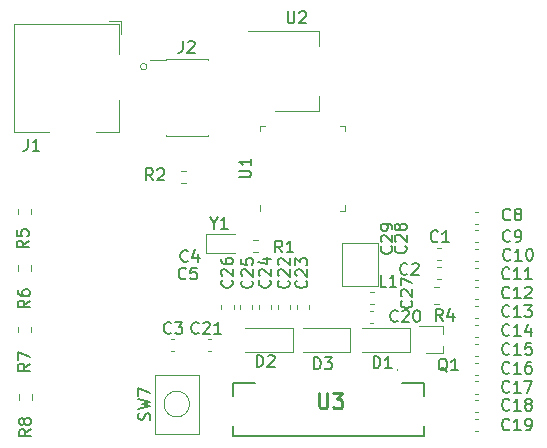
<source format=gbr>
%TF.GenerationSoftware,KiCad,Pcbnew,7.0.8*%
%TF.CreationDate,2023-11-29T21:04:09-06:00*%
%TF.ProjectId,Clock1_v2,436c6f63-6b31-45f7-9632-2e6b69636164,rev?*%
%TF.SameCoordinates,Original*%
%TF.FileFunction,Legend,Top*%
%TF.FilePolarity,Positive*%
%FSLAX46Y46*%
G04 Gerber Fmt 4.6, Leading zero omitted, Abs format (unit mm)*
G04 Created by KiCad (PCBNEW 7.0.8) date 2023-11-29 21:04:09*
%MOMM*%
%LPD*%
G01*
G04 APERTURE LIST*
%ADD10C,0.160000*%
%ADD11C,0.254000*%
%ADD12C,0.120000*%
%ADD13C,0.100000*%
%ADD14C,0.200000*%
G04 APERTURE END LIST*
D10*
X102866666Y-90254299D02*
X102866666Y-90968584D01*
X102866666Y-90968584D02*
X102819047Y-91111441D01*
X102819047Y-91111441D02*
X102723809Y-91206680D01*
X102723809Y-91206680D02*
X102580952Y-91254299D01*
X102580952Y-91254299D02*
X102485714Y-91254299D01*
X103866666Y-91254299D02*
X103295238Y-91254299D01*
X103580952Y-91254299D02*
X103580952Y-90254299D01*
X103580952Y-90254299D02*
X103485714Y-90397156D01*
X103485714Y-90397156D02*
X103390476Y-90492394D01*
X103390476Y-90492394D02*
X103295238Y-90540013D01*
X116016666Y-81959299D02*
X116016666Y-82673584D01*
X116016666Y-82673584D02*
X115969047Y-82816441D01*
X115969047Y-82816441D02*
X115873809Y-82911680D01*
X115873809Y-82911680D02*
X115730952Y-82959299D01*
X115730952Y-82959299D02*
X115635714Y-82959299D01*
X116445238Y-82054537D02*
X116492857Y-82006918D01*
X116492857Y-82006918D02*
X116588095Y-81959299D01*
X116588095Y-81959299D02*
X116826190Y-81959299D01*
X116826190Y-81959299D02*
X116921428Y-82006918D01*
X116921428Y-82006918D02*
X116969047Y-82054537D01*
X116969047Y-82054537D02*
X117016666Y-82149775D01*
X117016666Y-82149775D02*
X117016666Y-82245013D01*
X117016666Y-82245013D02*
X116969047Y-82387870D01*
X116969047Y-82387870D02*
X116397619Y-82959299D01*
X116397619Y-82959299D02*
X117016666Y-82959299D01*
D11*
X127532380Y-111804318D02*
X127532380Y-112832413D01*
X127532380Y-112832413D02*
X127592857Y-112953365D01*
X127592857Y-112953365D02*
X127653333Y-113013842D01*
X127653333Y-113013842D02*
X127774285Y-113074318D01*
X127774285Y-113074318D02*
X128016190Y-113074318D01*
X128016190Y-113074318D02*
X128137142Y-113013842D01*
X128137142Y-113013842D02*
X128197619Y-112953365D01*
X128197619Y-112953365D02*
X128258095Y-112832413D01*
X128258095Y-112832413D02*
X128258095Y-111804318D01*
X128741904Y-111804318D02*
X129528095Y-111804318D01*
X129528095Y-111804318D02*
X129104761Y-112288127D01*
X129104761Y-112288127D02*
X129286190Y-112288127D01*
X129286190Y-112288127D02*
X129407142Y-112348603D01*
X129407142Y-112348603D02*
X129467618Y-112409080D01*
X129467618Y-112409080D02*
X129528095Y-112530032D01*
X129528095Y-112530032D02*
X129528095Y-112832413D01*
X129528095Y-112832413D02*
X129467618Y-112953365D01*
X129467618Y-112953365D02*
X129407142Y-113013842D01*
X129407142Y-113013842D02*
X129286190Y-113074318D01*
X129286190Y-113074318D02*
X128923333Y-113074318D01*
X128923333Y-113074318D02*
X128802380Y-113013842D01*
X128802380Y-113013842D02*
X128741904Y-112953365D01*
D10*
X143657142Y-114834060D02*
X143609523Y-114881680D01*
X143609523Y-114881680D02*
X143466666Y-114929299D01*
X143466666Y-114929299D02*
X143371428Y-114929299D01*
X143371428Y-114929299D02*
X143228571Y-114881680D01*
X143228571Y-114881680D02*
X143133333Y-114786441D01*
X143133333Y-114786441D02*
X143085714Y-114691203D01*
X143085714Y-114691203D02*
X143038095Y-114500727D01*
X143038095Y-114500727D02*
X143038095Y-114357870D01*
X143038095Y-114357870D02*
X143085714Y-114167394D01*
X143085714Y-114167394D02*
X143133333Y-114072156D01*
X143133333Y-114072156D02*
X143228571Y-113976918D01*
X143228571Y-113976918D02*
X143371428Y-113929299D01*
X143371428Y-113929299D02*
X143466666Y-113929299D01*
X143466666Y-113929299D02*
X143609523Y-113976918D01*
X143609523Y-113976918D02*
X143657142Y-114024537D01*
X144609523Y-114929299D02*
X144038095Y-114929299D01*
X144323809Y-114929299D02*
X144323809Y-113929299D01*
X144323809Y-113929299D02*
X144228571Y-114072156D01*
X144228571Y-114072156D02*
X144133333Y-114167394D01*
X144133333Y-114167394D02*
X144038095Y-114215013D01*
X145085714Y-114929299D02*
X145276190Y-114929299D01*
X145276190Y-114929299D02*
X145371428Y-114881680D01*
X145371428Y-114881680D02*
X145419047Y-114834060D01*
X145419047Y-114834060D02*
X145514285Y-114691203D01*
X145514285Y-114691203D02*
X145561904Y-114500727D01*
X145561904Y-114500727D02*
X145561904Y-114119775D01*
X145561904Y-114119775D02*
X145514285Y-114024537D01*
X145514285Y-114024537D02*
X145466666Y-113976918D01*
X145466666Y-113976918D02*
X145371428Y-113929299D01*
X145371428Y-113929299D02*
X145180952Y-113929299D01*
X145180952Y-113929299D02*
X145085714Y-113976918D01*
X145085714Y-113976918D02*
X145038095Y-114024537D01*
X145038095Y-114024537D02*
X144990476Y-114119775D01*
X144990476Y-114119775D02*
X144990476Y-114357870D01*
X144990476Y-114357870D02*
X145038095Y-114453108D01*
X145038095Y-114453108D02*
X145085714Y-114500727D01*
X145085714Y-114500727D02*
X145180952Y-114548346D01*
X145180952Y-114548346D02*
X145371428Y-114548346D01*
X145371428Y-114548346D02*
X145466666Y-114500727D01*
X145466666Y-114500727D02*
X145514285Y-114453108D01*
X145514285Y-114453108D02*
X145561904Y-114357870D01*
X143657142Y-106834060D02*
X143609523Y-106881680D01*
X143609523Y-106881680D02*
X143466666Y-106929299D01*
X143466666Y-106929299D02*
X143371428Y-106929299D01*
X143371428Y-106929299D02*
X143228571Y-106881680D01*
X143228571Y-106881680D02*
X143133333Y-106786441D01*
X143133333Y-106786441D02*
X143085714Y-106691203D01*
X143085714Y-106691203D02*
X143038095Y-106500727D01*
X143038095Y-106500727D02*
X143038095Y-106357870D01*
X143038095Y-106357870D02*
X143085714Y-106167394D01*
X143085714Y-106167394D02*
X143133333Y-106072156D01*
X143133333Y-106072156D02*
X143228571Y-105976918D01*
X143228571Y-105976918D02*
X143371428Y-105929299D01*
X143371428Y-105929299D02*
X143466666Y-105929299D01*
X143466666Y-105929299D02*
X143609523Y-105976918D01*
X143609523Y-105976918D02*
X143657142Y-106024537D01*
X144609523Y-106929299D02*
X144038095Y-106929299D01*
X144323809Y-106929299D02*
X144323809Y-105929299D01*
X144323809Y-105929299D02*
X144228571Y-106072156D01*
X144228571Y-106072156D02*
X144133333Y-106167394D01*
X144133333Y-106167394D02*
X144038095Y-106215013D01*
X145466666Y-106262632D02*
X145466666Y-106929299D01*
X145228571Y-105881680D02*
X144990476Y-106595965D01*
X144990476Y-106595965D02*
X145609523Y-106595965D01*
X126459060Y-102242855D02*
X126506680Y-102290474D01*
X126506680Y-102290474D02*
X126554299Y-102433331D01*
X126554299Y-102433331D02*
X126554299Y-102528569D01*
X126554299Y-102528569D02*
X126506680Y-102671426D01*
X126506680Y-102671426D02*
X126411441Y-102766664D01*
X126411441Y-102766664D02*
X126316203Y-102814283D01*
X126316203Y-102814283D02*
X126125727Y-102861902D01*
X126125727Y-102861902D02*
X125982870Y-102861902D01*
X125982870Y-102861902D02*
X125792394Y-102814283D01*
X125792394Y-102814283D02*
X125697156Y-102766664D01*
X125697156Y-102766664D02*
X125601918Y-102671426D01*
X125601918Y-102671426D02*
X125554299Y-102528569D01*
X125554299Y-102528569D02*
X125554299Y-102433331D01*
X125554299Y-102433331D02*
X125601918Y-102290474D01*
X125601918Y-102290474D02*
X125649537Y-102242855D01*
X125649537Y-101861902D02*
X125601918Y-101814283D01*
X125601918Y-101814283D02*
X125554299Y-101719045D01*
X125554299Y-101719045D02*
X125554299Y-101480950D01*
X125554299Y-101480950D02*
X125601918Y-101385712D01*
X125601918Y-101385712D02*
X125649537Y-101338093D01*
X125649537Y-101338093D02*
X125744775Y-101290474D01*
X125744775Y-101290474D02*
X125840013Y-101290474D01*
X125840013Y-101290474D02*
X125982870Y-101338093D01*
X125982870Y-101338093D02*
X126554299Y-101909521D01*
X126554299Y-101909521D02*
X126554299Y-101290474D01*
X125554299Y-100957140D02*
X125554299Y-100338093D01*
X125554299Y-100338093D02*
X125935251Y-100671426D01*
X125935251Y-100671426D02*
X125935251Y-100528569D01*
X125935251Y-100528569D02*
X125982870Y-100433331D01*
X125982870Y-100433331D02*
X126030489Y-100385712D01*
X126030489Y-100385712D02*
X126125727Y-100338093D01*
X126125727Y-100338093D02*
X126363822Y-100338093D01*
X126363822Y-100338093D02*
X126459060Y-100385712D01*
X126459060Y-100385712D02*
X126506680Y-100433331D01*
X126506680Y-100433331D02*
X126554299Y-100528569D01*
X126554299Y-100528569D02*
X126554299Y-100814283D01*
X126554299Y-100814283D02*
X126506680Y-100909521D01*
X126506680Y-100909521D02*
X126459060Y-100957140D01*
X143657142Y-110034060D02*
X143609523Y-110081680D01*
X143609523Y-110081680D02*
X143466666Y-110129299D01*
X143466666Y-110129299D02*
X143371428Y-110129299D01*
X143371428Y-110129299D02*
X143228571Y-110081680D01*
X143228571Y-110081680D02*
X143133333Y-109986441D01*
X143133333Y-109986441D02*
X143085714Y-109891203D01*
X143085714Y-109891203D02*
X143038095Y-109700727D01*
X143038095Y-109700727D02*
X143038095Y-109557870D01*
X143038095Y-109557870D02*
X143085714Y-109367394D01*
X143085714Y-109367394D02*
X143133333Y-109272156D01*
X143133333Y-109272156D02*
X143228571Y-109176918D01*
X143228571Y-109176918D02*
X143371428Y-109129299D01*
X143371428Y-109129299D02*
X143466666Y-109129299D01*
X143466666Y-109129299D02*
X143609523Y-109176918D01*
X143609523Y-109176918D02*
X143657142Y-109224537D01*
X144609523Y-110129299D02*
X144038095Y-110129299D01*
X144323809Y-110129299D02*
X144323809Y-109129299D01*
X144323809Y-109129299D02*
X144228571Y-109272156D01*
X144228571Y-109272156D02*
X144133333Y-109367394D01*
X144133333Y-109367394D02*
X144038095Y-109415013D01*
X145466666Y-109129299D02*
X145276190Y-109129299D01*
X145276190Y-109129299D02*
X145180952Y-109176918D01*
X145180952Y-109176918D02*
X145133333Y-109224537D01*
X145133333Y-109224537D02*
X145038095Y-109367394D01*
X145038095Y-109367394D02*
X144990476Y-109557870D01*
X144990476Y-109557870D02*
X144990476Y-109938822D01*
X144990476Y-109938822D02*
X145038095Y-110034060D01*
X145038095Y-110034060D02*
X145085714Y-110081680D01*
X145085714Y-110081680D02*
X145180952Y-110129299D01*
X145180952Y-110129299D02*
X145371428Y-110129299D01*
X145371428Y-110129299D02*
X145466666Y-110081680D01*
X145466666Y-110081680D02*
X145514285Y-110034060D01*
X145514285Y-110034060D02*
X145561904Y-109938822D01*
X145561904Y-109938822D02*
X145561904Y-109700727D01*
X145561904Y-109700727D02*
X145514285Y-109605489D01*
X145514285Y-109605489D02*
X145466666Y-109557870D01*
X145466666Y-109557870D02*
X145371428Y-109510251D01*
X145371428Y-109510251D02*
X145180952Y-109510251D01*
X145180952Y-109510251D02*
X145085714Y-109557870D01*
X145085714Y-109557870D02*
X145038095Y-109605489D01*
X145038095Y-109605489D02*
X144990476Y-109700727D01*
X127111905Y-109754297D02*
X127111905Y-108754297D01*
X127111905Y-108754297D02*
X127350000Y-108754297D01*
X127350000Y-108754297D02*
X127492857Y-108801916D01*
X127492857Y-108801916D02*
X127588095Y-108897154D01*
X127588095Y-108897154D02*
X127635714Y-108992392D01*
X127635714Y-108992392D02*
X127683333Y-109182868D01*
X127683333Y-109182868D02*
X127683333Y-109325725D01*
X127683333Y-109325725D02*
X127635714Y-109516201D01*
X127635714Y-109516201D02*
X127588095Y-109611439D01*
X127588095Y-109611439D02*
X127492857Y-109706678D01*
X127492857Y-109706678D02*
X127350000Y-109754297D01*
X127350000Y-109754297D02*
X127111905Y-109754297D01*
X128016667Y-108754297D02*
X128635714Y-108754297D01*
X128635714Y-108754297D02*
X128302381Y-109135249D01*
X128302381Y-109135249D02*
X128445238Y-109135249D01*
X128445238Y-109135249D02*
X128540476Y-109182868D01*
X128540476Y-109182868D02*
X128588095Y-109230487D01*
X128588095Y-109230487D02*
X128635714Y-109325725D01*
X128635714Y-109325725D02*
X128635714Y-109563820D01*
X128635714Y-109563820D02*
X128588095Y-109659058D01*
X128588095Y-109659058D02*
X128540476Y-109706678D01*
X128540476Y-109706678D02*
X128445238Y-109754297D01*
X128445238Y-109754297D02*
X128159524Y-109754297D01*
X128159524Y-109754297D02*
X128064286Y-109706678D01*
X128064286Y-109706678D02*
X128016667Y-109659058D01*
X134859060Y-99322855D02*
X134906680Y-99370474D01*
X134906680Y-99370474D02*
X134954299Y-99513331D01*
X134954299Y-99513331D02*
X134954299Y-99608569D01*
X134954299Y-99608569D02*
X134906680Y-99751426D01*
X134906680Y-99751426D02*
X134811441Y-99846664D01*
X134811441Y-99846664D02*
X134716203Y-99894283D01*
X134716203Y-99894283D02*
X134525727Y-99941902D01*
X134525727Y-99941902D02*
X134382870Y-99941902D01*
X134382870Y-99941902D02*
X134192394Y-99894283D01*
X134192394Y-99894283D02*
X134097156Y-99846664D01*
X134097156Y-99846664D02*
X134001918Y-99751426D01*
X134001918Y-99751426D02*
X133954299Y-99608569D01*
X133954299Y-99608569D02*
X133954299Y-99513331D01*
X133954299Y-99513331D02*
X134001918Y-99370474D01*
X134001918Y-99370474D02*
X134049537Y-99322855D01*
X134049537Y-98941902D02*
X134001918Y-98894283D01*
X134001918Y-98894283D02*
X133954299Y-98799045D01*
X133954299Y-98799045D02*
X133954299Y-98560950D01*
X133954299Y-98560950D02*
X134001918Y-98465712D01*
X134001918Y-98465712D02*
X134049537Y-98418093D01*
X134049537Y-98418093D02*
X134144775Y-98370474D01*
X134144775Y-98370474D02*
X134240013Y-98370474D01*
X134240013Y-98370474D02*
X134382870Y-98418093D01*
X134382870Y-98418093D02*
X134954299Y-98989521D01*
X134954299Y-98989521D02*
X134954299Y-98370474D01*
X134382870Y-97799045D02*
X134335251Y-97894283D01*
X134335251Y-97894283D02*
X134287632Y-97941902D01*
X134287632Y-97941902D02*
X134192394Y-97989521D01*
X134192394Y-97989521D02*
X134144775Y-97989521D01*
X134144775Y-97989521D02*
X134049537Y-97941902D01*
X134049537Y-97941902D02*
X134001918Y-97894283D01*
X134001918Y-97894283D02*
X133954299Y-97799045D01*
X133954299Y-97799045D02*
X133954299Y-97608569D01*
X133954299Y-97608569D02*
X134001918Y-97513331D01*
X134001918Y-97513331D02*
X134049537Y-97465712D01*
X134049537Y-97465712D02*
X134144775Y-97418093D01*
X134144775Y-97418093D02*
X134192394Y-97418093D01*
X134192394Y-97418093D02*
X134287632Y-97465712D01*
X134287632Y-97465712D02*
X134335251Y-97513331D01*
X134335251Y-97513331D02*
X134382870Y-97608569D01*
X134382870Y-97608569D02*
X134382870Y-97799045D01*
X134382870Y-97799045D02*
X134430489Y-97894283D01*
X134430489Y-97894283D02*
X134478108Y-97941902D01*
X134478108Y-97941902D02*
X134573346Y-97989521D01*
X134573346Y-97989521D02*
X134763822Y-97989521D01*
X134763822Y-97989521D02*
X134859060Y-97941902D01*
X134859060Y-97941902D02*
X134906680Y-97894283D01*
X134906680Y-97894283D02*
X134954299Y-97799045D01*
X134954299Y-97799045D02*
X134954299Y-97608569D01*
X134954299Y-97608569D02*
X134906680Y-97513331D01*
X134906680Y-97513331D02*
X134859060Y-97465712D01*
X134859060Y-97465712D02*
X134763822Y-97418093D01*
X134763822Y-97418093D02*
X134573346Y-97418093D01*
X134573346Y-97418093D02*
X134478108Y-97465712D01*
X134478108Y-97465712D02*
X134430489Y-97513331D01*
X134430489Y-97513331D02*
X134382870Y-97608569D01*
X122261905Y-109554299D02*
X122261905Y-108554299D01*
X122261905Y-108554299D02*
X122500000Y-108554299D01*
X122500000Y-108554299D02*
X122642857Y-108601918D01*
X122642857Y-108601918D02*
X122738095Y-108697156D01*
X122738095Y-108697156D02*
X122785714Y-108792394D01*
X122785714Y-108792394D02*
X122833333Y-108982870D01*
X122833333Y-108982870D02*
X122833333Y-109125727D01*
X122833333Y-109125727D02*
X122785714Y-109316203D01*
X122785714Y-109316203D02*
X122738095Y-109411441D01*
X122738095Y-109411441D02*
X122642857Y-109506680D01*
X122642857Y-109506680D02*
X122500000Y-109554299D01*
X122500000Y-109554299D02*
X122261905Y-109554299D01*
X123214286Y-108649537D02*
X123261905Y-108601918D01*
X123261905Y-108601918D02*
X123357143Y-108554299D01*
X123357143Y-108554299D02*
X123595238Y-108554299D01*
X123595238Y-108554299D02*
X123690476Y-108601918D01*
X123690476Y-108601918D02*
X123738095Y-108649537D01*
X123738095Y-108649537D02*
X123785714Y-108744775D01*
X123785714Y-108744775D02*
X123785714Y-108840013D01*
X123785714Y-108840013D02*
X123738095Y-108982870D01*
X123738095Y-108982870D02*
X123166667Y-109554299D01*
X123166667Y-109554299D02*
X123785714Y-109554299D01*
X143657142Y-111634060D02*
X143609523Y-111681680D01*
X143609523Y-111681680D02*
X143466666Y-111729299D01*
X143466666Y-111729299D02*
X143371428Y-111729299D01*
X143371428Y-111729299D02*
X143228571Y-111681680D01*
X143228571Y-111681680D02*
X143133333Y-111586441D01*
X143133333Y-111586441D02*
X143085714Y-111491203D01*
X143085714Y-111491203D02*
X143038095Y-111300727D01*
X143038095Y-111300727D02*
X143038095Y-111157870D01*
X143038095Y-111157870D02*
X143085714Y-110967394D01*
X143085714Y-110967394D02*
X143133333Y-110872156D01*
X143133333Y-110872156D02*
X143228571Y-110776918D01*
X143228571Y-110776918D02*
X143371428Y-110729299D01*
X143371428Y-110729299D02*
X143466666Y-110729299D01*
X143466666Y-110729299D02*
X143609523Y-110776918D01*
X143609523Y-110776918D02*
X143657142Y-110824537D01*
X144609523Y-111729299D02*
X144038095Y-111729299D01*
X144323809Y-111729299D02*
X144323809Y-110729299D01*
X144323809Y-110729299D02*
X144228571Y-110872156D01*
X144228571Y-110872156D02*
X144133333Y-110967394D01*
X144133333Y-110967394D02*
X144038095Y-111015013D01*
X144942857Y-110729299D02*
X145609523Y-110729299D01*
X145609523Y-110729299D02*
X145180952Y-111729299D01*
X123359060Y-102217855D02*
X123406680Y-102265474D01*
X123406680Y-102265474D02*
X123454299Y-102408331D01*
X123454299Y-102408331D02*
X123454299Y-102503569D01*
X123454299Y-102503569D02*
X123406680Y-102646426D01*
X123406680Y-102646426D02*
X123311441Y-102741664D01*
X123311441Y-102741664D02*
X123216203Y-102789283D01*
X123216203Y-102789283D02*
X123025727Y-102836902D01*
X123025727Y-102836902D02*
X122882870Y-102836902D01*
X122882870Y-102836902D02*
X122692394Y-102789283D01*
X122692394Y-102789283D02*
X122597156Y-102741664D01*
X122597156Y-102741664D02*
X122501918Y-102646426D01*
X122501918Y-102646426D02*
X122454299Y-102503569D01*
X122454299Y-102503569D02*
X122454299Y-102408331D01*
X122454299Y-102408331D02*
X122501918Y-102265474D01*
X122501918Y-102265474D02*
X122549537Y-102217855D01*
X122549537Y-101836902D02*
X122501918Y-101789283D01*
X122501918Y-101789283D02*
X122454299Y-101694045D01*
X122454299Y-101694045D02*
X122454299Y-101455950D01*
X122454299Y-101455950D02*
X122501918Y-101360712D01*
X122501918Y-101360712D02*
X122549537Y-101313093D01*
X122549537Y-101313093D02*
X122644775Y-101265474D01*
X122644775Y-101265474D02*
X122740013Y-101265474D01*
X122740013Y-101265474D02*
X122882870Y-101313093D01*
X122882870Y-101313093D02*
X123454299Y-101884521D01*
X123454299Y-101884521D02*
X123454299Y-101265474D01*
X122787632Y-100408331D02*
X123454299Y-100408331D01*
X122406680Y-100646426D02*
X123120965Y-100884521D01*
X123120965Y-100884521D02*
X123120965Y-100265474D01*
X143733333Y-98884060D02*
X143685714Y-98931680D01*
X143685714Y-98931680D02*
X143542857Y-98979299D01*
X143542857Y-98979299D02*
X143447619Y-98979299D01*
X143447619Y-98979299D02*
X143304762Y-98931680D01*
X143304762Y-98931680D02*
X143209524Y-98836441D01*
X143209524Y-98836441D02*
X143161905Y-98741203D01*
X143161905Y-98741203D02*
X143114286Y-98550727D01*
X143114286Y-98550727D02*
X143114286Y-98407870D01*
X143114286Y-98407870D02*
X143161905Y-98217394D01*
X143161905Y-98217394D02*
X143209524Y-98122156D01*
X143209524Y-98122156D02*
X143304762Y-98026918D01*
X143304762Y-98026918D02*
X143447619Y-97979299D01*
X143447619Y-97979299D02*
X143542857Y-97979299D01*
X143542857Y-97979299D02*
X143685714Y-98026918D01*
X143685714Y-98026918D02*
X143733333Y-98074537D01*
X144209524Y-98979299D02*
X144400000Y-98979299D01*
X144400000Y-98979299D02*
X144495238Y-98931680D01*
X144495238Y-98931680D02*
X144542857Y-98884060D01*
X144542857Y-98884060D02*
X144638095Y-98741203D01*
X144638095Y-98741203D02*
X144685714Y-98550727D01*
X144685714Y-98550727D02*
X144685714Y-98169775D01*
X144685714Y-98169775D02*
X144638095Y-98074537D01*
X144638095Y-98074537D02*
X144590476Y-98026918D01*
X144590476Y-98026918D02*
X144495238Y-97979299D01*
X144495238Y-97979299D02*
X144304762Y-97979299D01*
X144304762Y-97979299D02*
X144209524Y-98026918D01*
X144209524Y-98026918D02*
X144161905Y-98074537D01*
X144161905Y-98074537D02*
X144114286Y-98169775D01*
X144114286Y-98169775D02*
X144114286Y-98407870D01*
X144114286Y-98407870D02*
X144161905Y-98503108D01*
X144161905Y-98503108D02*
X144209524Y-98550727D01*
X144209524Y-98550727D02*
X144304762Y-98598346D01*
X144304762Y-98598346D02*
X144495238Y-98598346D01*
X144495238Y-98598346D02*
X144590476Y-98550727D01*
X144590476Y-98550727D02*
X144638095Y-98503108D01*
X144638095Y-98503108D02*
X144685714Y-98407870D01*
X113483333Y-93754299D02*
X113150000Y-93278108D01*
X112911905Y-93754299D02*
X112911905Y-92754299D01*
X112911905Y-92754299D02*
X113292857Y-92754299D01*
X113292857Y-92754299D02*
X113388095Y-92801918D01*
X113388095Y-92801918D02*
X113435714Y-92849537D01*
X113435714Y-92849537D02*
X113483333Y-92944775D01*
X113483333Y-92944775D02*
X113483333Y-93087632D01*
X113483333Y-93087632D02*
X113435714Y-93182870D01*
X113435714Y-93182870D02*
X113388095Y-93230489D01*
X113388095Y-93230489D02*
X113292857Y-93278108D01*
X113292857Y-93278108D02*
X112911905Y-93278108D01*
X113864286Y-92849537D02*
X113911905Y-92801918D01*
X113911905Y-92801918D02*
X114007143Y-92754299D01*
X114007143Y-92754299D02*
X114245238Y-92754299D01*
X114245238Y-92754299D02*
X114340476Y-92801918D01*
X114340476Y-92801918D02*
X114388095Y-92849537D01*
X114388095Y-92849537D02*
X114435714Y-92944775D01*
X114435714Y-92944775D02*
X114435714Y-93040013D01*
X114435714Y-93040013D02*
X114388095Y-93182870D01*
X114388095Y-93182870D02*
X113816667Y-93754299D01*
X113816667Y-93754299D02*
X114435714Y-93754299D01*
X113206680Y-114033332D02*
X113254299Y-113890475D01*
X113254299Y-113890475D02*
X113254299Y-113652380D01*
X113254299Y-113652380D02*
X113206680Y-113557142D01*
X113206680Y-113557142D02*
X113159060Y-113509523D01*
X113159060Y-113509523D02*
X113063822Y-113461904D01*
X113063822Y-113461904D02*
X112968584Y-113461904D01*
X112968584Y-113461904D02*
X112873346Y-113509523D01*
X112873346Y-113509523D02*
X112825727Y-113557142D01*
X112825727Y-113557142D02*
X112778108Y-113652380D01*
X112778108Y-113652380D02*
X112730489Y-113842856D01*
X112730489Y-113842856D02*
X112682870Y-113938094D01*
X112682870Y-113938094D02*
X112635251Y-113985713D01*
X112635251Y-113985713D02*
X112540013Y-114033332D01*
X112540013Y-114033332D02*
X112444775Y-114033332D01*
X112444775Y-114033332D02*
X112349537Y-113985713D01*
X112349537Y-113985713D02*
X112301918Y-113938094D01*
X112301918Y-113938094D02*
X112254299Y-113842856D01*
X112254299Y-113842856D02*
X112254299Y-113604761D01*
X112254299Y-113604761D02*
X112301918Y-113461904D01*
X112254299Y-113128570D02*
X113254299Y-112890475D01*
X113254299Y-112890475D02*
X112540013Y-112699999D01*
X112540013Y-112699999D02*
X113254299Y-112509523D01*
X113254299Y-112509523D02*
X112254299Y-112271428D01*
X112254299Y-111985713D02*
X112254299Y-111319047D01*
X112254299Y-111319047D02*
X113254299Y-111747618D01*
X116278333Y-102059060D02*
X116230714Y-102106680D01*
X116230714Y-102106680D02*
X116087857Y-102154299D01*
X116087857Y-102154299D02*
X115992619Y-102154299D01*
X115992619Y-102154299D02*
X115849762Y-102106680D01*
X115849762Y-102106680D02*
X115754524Y-102011441D01*
X115754524Y-102011441D02*
X115706905Y-101916203D01*
X115706905Y-101916203D02*
X115659286Y-101725727D01*
X115659286Y-101725727D02*
X115659286Y-101582870D01*
X115659286Y-101582870D02*
X115706905Y-101392394D01*
X115706905Y-101392394D02*
X115754524Y-101297156D01*
X115754524Y-101297156D02*
X115849762Y-101201918D01*
X115849762Y-101201918D02*
X115992619Y-101154299D01*
X115992619Y-101154299D02*
X116087857Y-101154299D01*
X116087857Y-101154299D02*
X116230714Y-101201918D01*
X116230714Y-101201918D02*
X116278333Y-101249537D01*
X117183095Y-101154299D02*
X116706905Y-101154299D01*
X116706905Y-101154299D02*
X116659286Y-101630489D01*
X116659286Y-101630489D02*
X116706905Y-101582870D01*
X116706905Y-101582870D02*
X116802143Y-101535251D01*
X116802143Y-101535251D02*
X117040238Y-101535251D01*
X117040238Y-101535251D02*
X117135476Y-101582870D01*
X117135476Y-101582870D02*
X117183095Y-101630489D01*
X117183095Y-101630489D02*
X117230714Y-101725727D01*
X117230714Y-101725727D02*
X117230714Y-101963822D01*
X117230714Y-101963822D02*
X117183095Y-102059060D01*
X117183095Y-102059060D02*
X117135476Y-102106680D01*
X117135476Y-102106680D02*
X117040238Y-102154299D01*
X117040238Y-102154299D02*
X116802143Y-102154299D01*
X116802143Y-102154299D02*
X116706905Y-102106680D01*
X116706905Y-102106680D02*
X116659286Y-102059060D01*
X143657142Y-105234060D02*
X143609523Y-105281680D01*
X143609523Y-105281680D02*
X143466666Y-105329299D01*
X143466666Y-105329299D02*
X143371428Y-105329299D01*
X143371428Y-105329299D02*
X143228571Y-105281680D01*
X143228571Y-105281680D02*
X143133333Y-105186441D01*
X143133333Y-105186441D02*
X143085714Y-105091203D01*
X143085714Y-105091203D02*
X143038095Y-104900727D01*
X143038095Y-104900727D02*
X143038095Y-104757870D01*
X143038095Y-104757870D02*
X143085714Y-104567394D01*
X143085714Y-104567394D02*
X143133333Y-104472156D01*
X143133333Y-104472156D02*
X143228571Y-104376918D01*
X143228571Y-104376918D02*
X143371428Y-104329299D01*
X143371428Y-104329299D02*
X143466666Y-104329299D01*
X143466666Y-104329299D02*
X143609523Y-104376918D01*
X143609523Y-104376918D02*
X143657142Y-104424537D01*
X144609523Y-105329299D02*
X144038095Y-105329299D01*
X144323809Y-105329299D02*
X144323809Y-104329299D01*
X144323809Y-104329299D02*
X144228571Y-104472156D01*
X144228571Y-104472156D02*
X144133333Y-104567394D01*
X144133333Y-104567394D02*
X144038095Y-104615013D01*
X144942857Y-104329299D02*
X145561904Y-104329299D01*
X145561904Y-104329299D02*
X145228571Y-104710251D01*
X145228571Y-104710251D02*
X145371428Y-104710251D01*
X145371428Y-104710251D02*
X145466666Y-104757870D01*
X145466666Y-104757870D02*
X145514285Y-104805489D01*
X145514285Y-104805489D02*
X145561904Y-104900727D01*
X145561904Y-104900727D02*
X145561904Y-105138822D01*
X145561904Y-105138822D02*
X145514285Y-105234060D01*
X145514285Y-105234060D02*
X145466666Y-105281680D01*
X145466666Y-105281680D02*
X145371428Y-105329299D01*
X145371428Y-105329299D02*
X145085714Y-105329299D01*
X145085714Y-105329299D02*
X144990476Y-105281680D01*
X144990476Y-105281680D02*
X144942857Y-105234060D01*
X124959060Y-102242855D02*
X125006680Y-102290474D01*
X125006680Y-102290474D02*
X125054299Y-102433331D01*
X125054299Y-102433331D02*
X125054299Y-102528569D01*
X125054299Y-102528569D02*
X125006680Y-102671426D01*
X125006680Y-102671426D02*
X124911441Y-102766664D01*
X124911441Y-102766664D02*
X124816203Y-102814283D01*
X124816203Y-102814283D02*
X124625727Y-102861902D01*
X124625727Y-102861902D02*
X124482870Y-102861902D01*
X124482870Y-102861902D02*
X124292394Y-102814283D01*
X124292394Y-102814283D02*
X124197156Y-102766664D01*
X124197156Y-102766664D02*
X124101918Y-102671426D01*
X124101918Y-102671426D02*
X124054299Y-102528569D01*
X124054299Y-102528569D02*
X124054299Y-102433331D01*
X124054299Y-102433331D02*
X124101918Y-102290474D01*
X124101918Y-102290474D02*
X124149537Y-102242855D01*
X124149537Y-101861902D02*
X124101918Y-101814283D01*
X124101918Y-101814283D02*
X124054299Y-101719045D01*
X124054299Y-101719045D02*
X124054299Y-101480950D01*
X124054299Y-101480950D02*
X124101918Y-101385712D01*
X124101918Y-101385712D02*
X124149537Y-101338093D01*
X124149537Y-101338093D02*
X124244775Y-101290474D01*
X124244775Y-101290474D02*
X124340013Y-101290474D01*
X124340013Y-101290474D02*
X124482870Y-101338093D01*
X124482870Y-101338093D02*
X125054299Y-101909521D01*
X125054299Y-101909521D02*
X125054299Y-101290474D01*
X124149537Y-100909521D02*
X124101918Y-100861902D01*
X124101918Y-100861902D02*
X124054299Y-100766664D01*
X124054299Y-100766664D02*
X124054299Y-100528569D01*
X124054299Y-100528569D02*
X124101918Y-100433331D01*
X124101918Y-100433331D02*
X124149537Y-100385712D01*
X124149537Y-100385712D02*
X124244775Y-100338093D01*
X124244775Y-100338093D02*
X124340013Y-100338093D01*
X124340013Y-100338093D02*
X124482870Y-100385712D01*
X124482870Y-100385712D02*
X125054299Y-100957140D01*
X125054299Y-100957140D02*
X125054299Y-100338093D01*
X143757142Y-100459060D02*
X143709523Y-100506680D01*
X143709523Y-100506680D02*
X143566666Y-100554299D01*
X143566666Y-100554299D02*
X143471428Y-100554299D01*
X143471428Y-100554299D02*
X143328571Y-100506680D01*
X143328571Y-100506680D02*
X143233333Y-100411441D01*
X143233333Y-100411441D02*
X143185714Y-100316203D01*
X143185714Y-100316203D02*
X143138095Y-100125727D01*
X143138095Y-100125727D02*
X143138095Y-99982870D01*
X143138095Y-99982870D02*
X143185714Y-99792394D01*
X143185714Y-99792394D02*
X143233333Y-99697156D01*
X143233333Y-99697156D02*
X143328571Y-99601918D01*
X143328571Y-99601918D02*
X143471428Y-99554299D01*
X143471428Y-99554299D02*
X143566666Y-99554299D01*
X143566666Y-99554299D02*
X143709523Y-99601918D01*
X143709523Y-99601918D02*
X143757142Y-99649537D01*
X144709523Y-100554299D02*
X144138095Y-100554299D01*
X144423809Y-100554299D02*
X144423809Y-99554299D01*
X144423809Y-99554299D02*
X144328571Y-99697156D01*
X144328571Y-99697156D02*
X144233333Y-99792394D01*
X144233333Y-99792394D02*
X144138095Y-99840013D01*
X145328571Y-99554299D02*
X145423809Y-99554299D01*
X145423809Y-99554299D02*
X145519047Y-99601918D01*
X145519047Y-99601918D02*
X145566666Y-99649537D01*
X145566666Y-99649537D02*
X145614285Y-99744775D01*
X145614285Y-99744775D02*
X145661904Y-99935251D01*
X145661904Y-99935251D02*
X145661904Y-100173346D01*
X145661904Y-100173346D02*
X145614285Y-100363822D01*
X145614285Y-100363822D02*
X145566666Y-100459060D01*
X145566666Y-100459060D02*
X145519047Y-100506680D01*
X145519047Y-100506680D02*
X145423809Y-100554299D01*
X145423809Y-100554299D02*
X145328571Y-100554299D01*
X145328571Y-100554299D02*
X145233333Y-100506680D01*
X145233333Y-100506680D02*
X145185714Y-100459060D01*
X145185714Y-100459060D02*
X145138095Y-100363822D01*
X145138095Y-100363822D02*
X145090476Y-100173346D01*
X145090476Y-100173346D02*
X145090476Y-99935251D01*
X145090476Y-99935251D02*
X145138095Y-99744775D01*
X145138095Y-99744775D02*
X145185714Y-99649537D01*
X145185714Y-99649537D02*
X145233333Y-99601918D01*
X145233333Y-99601918D02*
X145328571Y-99554299D01*
X137608333Y-98909060D02*
X137560714Y-98956680D01*
X137560714Y-98956680D02*
X137417857Y-99004299D01*
X137417857Y-99004299D02*
X137322619Y-99004299D01*
X137322619Y-99004299D02*
X137179762Y-98956680D01*
X137179762Y-98956680D02*
X137084524Y-98861441D01*
X137084524Y-98861441D02*
X137036905Y-98766203D01*
X137036905Y-98766203D02*
X136989286Y-98575727D01*
X136989286Y-98575727D02*
X136989286Y-98432870D01*
X136989286Y-98432870D02*
X137036905Y-98242394D01*
X137036905Y-98242394D02*
X137084524Y-98147156D01*
X137084524Y-98147156D02*
X137179762Y-98051918D01*
X137179762Y-98051918D02*
X137322619Y-98004299D01*
X137322619Y-98004299D02*
X137417857Y-98004299D01*
X137417857Y-98004299D02*
X137560714Y-98051918D01*
X137560714Y-98051918D02*
X137608333Y-98099537D01*
X138560714Y-99004299D02*
X137989286Y-99004299D01*
X138275000Y-99004299D02*
X138275000Y-98004299D01*
X138275000Y-98004299D02*
X138179762Y-98147156D01*
X138179762Y-98147156D02*
X138084524Y-98242394D01*
X138084524Y-98242394D02*
X137989286Y-98290013D01*
X143657142Y-108434060D02*
X143609523Y-108481680D01*
X143609523Y-108481680D02*
X143466666Y-108529299D01*
X143466666Y-108529299D02*
X143371428Y-108529299D01*
X143371428Y-108529299D02*
X143228571Y-108481680D01*
X143228571Y-108481680D02*
X143133333Y-108386441D01*
X143133333Y-108386441D02*
X143085714Y-108291203D01*
X143085714Y-108291203D02*
X143038095Y-108100727D01*
X143038095Y-108100727D02*
X143038095Y-107957870D01*
X143038095Y-107957870D02*
X143085714Y-107767394D01*
X143085714Y-107767394D02*
X143133333Y-107672156D01*
X143133333Y-107672156D02*
X143228571Y-107576918D01*
X143228571Y-107576918D02*
X143371428Y-107529299D01*
X143371428Y-107529299D02*
X143466666Y-107529299D01*
X143466666Y-107529299D02*
X143609523Y-107576918D01*
X143609523Y-107576918D02*
X143657142Y-107624537D01*
X144609523Y-108529299D02*
X144038095Y-108529299D01*
X144323809Y-108529299D02*
X144323809Y-107529299D01*
X144323809Y-107529299D02*
X144228571Y-107672156D01*
X144228571Y-107672156D02*
X144133333Y-107767394D01*
X144133333Y-107767394D02*
X144038095Y-107815013D01*
X145514285Y-107529299D02*
X145038095Y-107529299D01*
X145038095Y-107529299D02*
X144990476Y-108005489D01*
X144990476Y-108005489D02*
X145038095Y-107957870D01*
X145038095Y-107957870D02*
X145133333Y-107910251D01*
X145133333Y-107910251D02*
X145371428Y-107910251D01*
X145371428Y-107910251D02*
X145466666Y-107957870D01*
X145466666Y-107957870D02*
X145514285Y-108005489D01*
X145514285Y-108005489D02*
X145561904Y-108100727D01*
X145561904Y-108100727D02*
X145561904Y-108338822D01*
X145561904Y-108338822D02*
X145514285Y-108434060D01*
X145514285Y-108434060D02*
X145466666Y-108481680D01*
X145466666Y-108481680D02*
X145371428Y-108529299D01*
X145371428Y-108529299D02*
X145133333Y-108529299D01*
X145133333Y-108529299D02*
X145038095Y-108481680D01*
X145038095Y-108481680D02*
X144990476Y-108434060D01*
X143657142Y-113159060D02*
X143609523Y-113206680D01*
X143609523Y-113206680D02*
X143466666Y-113254299D01*
X143466666Y-113254299D02*
X143371428Y-113254299D01*
X143371428Y-113254299D02*
X143228571Y-113206680D01*
X143228571Y-113206680D02*
X143133333Y-113111441D01*
X143133333Y-113111441D02*
X143085714Y-113016203D01*
X143085714Y-113016203D02*
X143038095Y-112825727D01*
X143038095Y-112825727D02*
X143038095Y-112682870D01*
X143038095Y-112682870D02*
X143085714Y-112492394D01*
X143085714Y-112492394D02*
X143133333Y-112397156D01*
X143133333Y-112397156D02*
X143228571Y-112301918D01*
X143228571Y-112301918D02*
X143371428Y-112254299D01*
X143371428Y-112254299D02*
X143466666Y-112254299D01*
X143466666Y-112254299D02*
X143609523Y-112301918D01*
X143609523Y-112301918D02*
X143657142Y-112349537D01*
X144609523Y-113254299D02*
X144038095Y-113254299D01*
X144323809Y-113254299D02*
X144323809Y-112254299D01*
X144323809Y-112254299D02*
X144228571Y-112397156D01*
X144228571Y-112397156D02*
X144133333Y-112492394D01*
X144133333Y-112492394D02*
X144038095Y-112540013D01*
X145180952Y-112682870D02*
X145085714Y-112635251D01*
X145085714Y-112635251D02*
X145038095Y-112587632D01*
X145038095Y-112587632D02*
X144990476Y-112492394D01*
X144990476Y-112492394D02*
X144990476Y-112444775D01*
X144990476Y-112444775D02*
X145038095Y-112349537D01*
X145038095Y-112349537D02*
X145085714Y-112301918D01*
X145085714Y-112301918D02*
X145180952Y-112254299D01*
X145180952Y-112254299D02*
X145371428Y-112254299D01*
X145371428Y-112254299D02*
X145466666Y-112301918D01*
X145466666Y-112301918D02*
X145514285Y-112349537D01*
X145514285Y-112349537D02*
X145561904Y-112444775D01*
X145561904Y-112444775D02*
X145561904Y-112492394D01*
X145561904Y-112492394D02*
X145514285Y-112587632D01*
X145514285Y-112587632D02*
X145466666Y-112635251D01*
X145466666Y-112635251D02*
X145371428Y-112682870D01*
X145371428Y-112682870D02*
X145180952Y-112682870D01*
X145180952Y-112682870D02*
X145085714Y-112730489D01*
X145085714Y-112730489D02*
X145038095Y-112778108D01*
X145038095Y-112778108D02*
X144990476Y-112873346D01*
X144990476Y-112873346D02*
X144990476Y-113063822D01*
X144990476Y-113063822D02*
X145038095Y-113159060D01*
X145038095Y-113159060D02*
X145085714Y-113206680D01*
X145085714Y-113206680D02*
X145180952Y-113254299D01*
X145180952Y-113254299D02*
X145371428Y-113254299D01*
X145371428Y-113254299D02*
X145466666Y-113206680D01*
X145466666Y-113206680D02*
X145514285Y-113159060D01*
X145514285Y-113159060D02*
X145561904Y-113063822D01*
X145561904Y-113063822D02*
X145561904Y-112873346D01*
X145561904Y-112873346D02*
X145514285Y-112778108D01*
X145514285Y-112778108D02*
X145466666Y-112730489D01*
X145466666Y-112730489D02*
X145371428Y-112682870D01*
X135033333Y-101659060D02*
X134985714Y-101706680D01*
X134985714Y-101706680D02*
X134842857Y-101754299D01*
X134842857Y-101754299D02*
X134747619Y-101754299D01*
X134747619Y-101754299D02*
X134604762Y-101706680D01*
X134604762Y-101706680D02*
X134509524Y-101611441D01*
X134509524Y-101611441D02*
X134461905Y-101516203D01*
X134461905Y-101516203D02*
X134414286Y-101325727D01*
X134414286Y-101325727D02*
X134414286Y-101182870D01*
X134414286Y-101182870D02*
X134461905Y-100992394D01*
X134461905Y-100992394D02*
X134509524Y-100897156D01*
X134509524Y-100897156D02*
X134604762Y-100801918D01*
X134604762Y-100801918D02*
X134747619Y-100754299D01*
X134747619Y-100754299D02*
X134842857Y-100754299D01*
X134842857Y-100754299D02*
X134985714Y-100801918D01*
X134985714Y-100801918D02*
X135033333Y-100849537D01*
X135414286Y-100849537D02*
X135461905Y-100801918D01*
X135461905Y-100801918D02*
X135557143Y-100754299D01*
X135557143Y-100754299D02*
X135795238Y-100754299D01*
X135795238Y-100754299D02*
X135890476Y-100801918D01*
X135890476Y-100801918D02*
X135938095Y-100849537D01*
X135938095Y-100849537D02*
X135985714Y-100944775D01*
X135985714Y-100944775D02*
X135985714Y-101040013D01*
X135985714Y-101040013D02*
X135938095Y-101182870D01*
X135938095Y-101182870D02*
X135366667Y-101754299D01*
X135366667Y-101754299D02*
X135985714Y-101754299D01*
X115033333Y-106659060D02*
X114985714Y-106706680D01*
X114985714Y-106706680D02*
X114842857Y-106754299D01*
X114842857Y-106754299D02*
X114747619Y-106754299D01*
X114747619Y-106754299D02*
X114604762Y-106706680D01*
X114604762Y-106706680D02*
X114509524Y-106611441D01*
X114509524Y-106611441D02*
X114461905Y-106516203D01*
X114461905Y-106516203D02*
X114414286Y-106325727D01*
X114414286Y-106325727D02*
X114414286Y-106182870D01*
X114414286Y-106182870D02*
X114461905Y-105992394D01*
X114461905Y-105992394D02*
X114509524Y-105897156D01*
X114509524Y-105897156D02*
X114604762Y-105801918D01*
X114604762Y-105801918D02*
X114747619Y-105754299D01*
X114747619Y-105754299D02*
X114842857Y-105754299D01*
X114842857Y-105754299D02*
X114985714Y-105801918D01*
X114985714Y-105801918D02*
X115033333Y-105849537D01*
X115366667Y-105754299D02*
X115985714Y-105754299D01*
X115985714Y-105754299D02*
X115652381Y-106135251D01*
X115652381Y-106135251D02*
X115795238Y-106135251D01*
X115795238Y-106135251D02*
X115890476Y-106182870D01*
X115890476Y-106182870D02*
X115938095Y-106230489D01*
X115938095Y-106230489D02*
X115985714Y-106325727D01*
X115985714Y-106325727D02*
X115985714Y-106563822D01*
X115985714Y-106563822D02*
X115938095Y-106659060D01*
X115938095Y-106659060D02*
X115890476Y-106706680D01*
X115890476Y-106706680D02*
X115795238Y-106754299D01*
X115795238Y-106754299D02*
X115509524Y-106754299D01*
X115509524Y-106754299D02*
X115414286Y-106706680D01*
X115414286Y-106706680D02*
X115366667Y-106659060D01*
X133233333Y-102754297D02*
X132757143Y-102754297D01*
X132757143Y-102754297D02*
X132757143Y-101754297D01*
X134090476Y-102754297D02*
X133519048Y-102754297D01*
X133804762Y-102754297D02*
X133804762Y-101754297D01*
X133804762Y-101754297D02*
X133709524Y-101897154D01*
X133709524Y-101897154D02*
X133614286Y-101992392D01*
X133614286Y-101992392D02*
X133519048Y-102040011D01*
X103054299Y-109291666D02*
X102578108Y-109624999D01*
X103054299Y-109863094D02*
X102054299Y-109863094D01*
X102054299Y-109863094D02*
X102054299Y-109482142D01*
X102054299Y-109482142D02*
X102101918Y-109386904D01*
X102101918Y-109386904D02*
X102149537Y-109339285D01*
X102149537Y-109339285D02*
X102244775Y-109291666D01*
X102244775Y-109291666D02*
X102387632Y-109291666D01*
X102387632Y-109291666D02*
X102482870Y-109339285D01*
X102482870Y-109339285D02*
X102530489Y-109386904D01*
X102530489Y-109386904D02*
X102578108Y-109482142D01*
X102578108Y-109482142D02*
X102578108Y-109863094D01*
X102054299Y-108958332D02*
X102054299Y-108291666D01*
X102054299Y-108291666D02*
X103054299Y-108720237D01*
X143657142Y-103659060D02*
X143609523Y-103706680D01*
X143609523Y-103706680D02*
X143466666Y-103754299D01*
X143466666Y-103754299D02*
X143371428Y-103754299D01*
X143371428Y-103754299D02*
X143228571Y-103706680D01*
X143228571Y-103706680D02*
X143133333Y-103611441D01*
X143133333Y-103611441D02*
X143085714Y-103516203D01*
X143085714Y-103516203D02*
X143038095Y-103325727D01*
X143038095Y-103325727D02*
X143038095Y-103182870D01*
X143038095Y-103182870D02*
X143085714Y-102992394D01*
X143085714Y-102992394D02*
X143133333Y-102897156D01*
X143133333Y-102897156D02*
X143228571Y-102801918D01*
X143228571Y-102801918D02*
X143371428Y-102754299D01*
X143371428Y-102754299D02*
X143466666Y-102754299D01*
X143466666Y-102754299D02*
X143609523Y-102801918D01*
X143609523Y-102801918D02*
X143657142Y-102849537D01*
X144609523Y-103754299D02*
X144038095Y-103754299D01*
X144323809Y-103754299D02*
X144323809Y-102754299D01*
X144323809Y-102754299D02*
X144228571Y-102897156D01*
X144228571Y-102897156D02*
X144133333Y-102992394D01*
X144133333Y-102992394D02*
X144038095Y-103040013D01*
X144990476Y-102849537D02*
X145038095Y-102801918D01*
X145038095Y-102801918D02*
X145133333Y-102754299D01*
X145133333Y-102754299D02*
X145371428Y-102754299D01*
X145371428Y-102754299D02*
X145466666Y-102801918D01*
X145466666Y-102801918D02*
X145514285Y-102849537D01*
X145514285Y-102849537D02*
X145561904Y-102944775D01*
X145561904Y-102944775D02*
X145561904Y-103040013D01*
X145561904Y-103040013D02*
X145514285Y-103182870D01*
X145514285Y-103182870D02*
X144942857Y-103754299D01*
X144942857Y-103754299D02*
X145561904Y-103754299D01*
X103054299Y-103941666D02*
X102578108Y-104274999D01*
X103054299Y-104513094D02*
X102054299Y-104513094D01*
X102054299Y-104513094D02*
X102054299Y-104132142D01*
X102054299Y-104132142D02*
X102101918Y-104036904D01*
X102101918Y-104036904D02*
X102149537Y-103989285D01*
X102149537Y-103989285D02*
X102244775Y-103941666D01*
X102244775Y-103941666D02*
X102387632Y-103941666D01*
X102387632Y-103941666D02*
X102482870Y-103989285D01*
X102482870Y-103989285D02*
X102530489Y-104036904D01*
X102530489Y-104036904D02*
X102578108Y-104132142D01*
X102578108Y-104132142D02*
X102578108Y-104513094D01*
X102054299Y-103084523D02*
X102054299Y-103274999D01*
X102054299Y-103274999D02*
X102101918Y-103370237D01*
X102101918Y-103370237D02*
X102149537Y-103417856D01*
X102149537Y-103417856D02*
X102292394Y-103513094D01*
X102292394Y-103513094D02*
X102482870Y-103560713D01*
X102482870Y-103560713D02*
X102863822Y-103560713D01*
X102863822Y-103560713D02*
X102959060Y-103513094D01*
X102959060Y-103513094D02*
X103006680Y-103465475D01*
X103006680Y-103465475D02*
X103054299Y-103370237D01*
X103054299Y-103370237D02*
X103054299Y-103179761D01*
X103054299Y-103179761D02*
X103006680Y-103084523D01*
X103006680Y-103084523D02*
X102959060Y-103036904D01*
X102959060Y-103036904D02*
X102863822Y-102989285D01*
X102863822Y-102989285D02*
X102625727Y-102989285D01*
X102625727Y-102989285D02*
X102530489Y-103036904D01*
X102530489Y-103036904D02*
X102482870Y-103084523D01*
X102482870Y-103084523D02*
X102435251Y-103179761D01*
X102435251Y-103179761D02*
X102435251Y-103370237D01*
X102435251Y-103370237D02*
X102482870Y-103465475D01*
X102482870Y-103465475D02*
X102530489Y-103513094D01*
X102530489Y-103513094D02*
X102625727Y-103560713D01*
X134207142Y-105659058D02*
X134159523Y-105706678D01*
X134159523Y-105706678D02*
X134016666Y-105754297D01*
X134016666Y-105754297D02*
X133921428Y-105754297D01*
X133921428Y-105754297D02*
X133778571Y-105706678D01*
X133778571Y-105706678D02*
X133683333Y-105611439D01*
X133683333Y-105611439D02*
X133635714Y-105516201D01*
X133635714Y-105516201D02*
X133588095Y-105325725D01*
X133588095Y-105325725D02*
X133588095Y-105182868D01*
X133588095Y-105182868D02*
X133635714Y-104992392D01*
X133635714Y-104992392D02*
X133683333Y-104897154D01*
X133683333Y-104897154D02*
X133778571Y-104801916D01*
X133778571Y-104801916D02*
X133921428Y-104754297D01*
X133921428Y-104754297D02*
X134016666Y-104754297D01*
X134016666Y-104754297D02*
X134159523Y-104801916D01*
X134159523Y-104801916D02*
X134207142Y-104849535D01*
X134588095Y-104849535D02*
X134635714Y-104801916D01*
X134635714Y-104801916D02*
X134730952Y-104754297D01*
X134730952Y-104754297D02*
X134969047Y-104754297D01*
X134969047Y-104754297D02*
X135064285Y-104801916D01*
X135064285Y-104801916D02*
X135111904Y-104849535D01*
X135111904Y-104849535D02*
X135159523Y-104944773D01*
X135159523Y-104944773D02*
X135159523Y-105040011D01*
X135159523Y-105040011D02*
X135111904Y-105182868D01*
X135111904Y-105182868D02*
X134540476Y-105754297D01*
X134540476Y-105754297D02*
X135159523Y-105754297D01*
X135778571Y-104754297D02*
X135873809Y-104754297D01*
X135873809Y-104754297D02*
X135969047Y-104801916D01*
X135969047Y-104801916D02*
X136016666Y-104849535D01*
X136016666Y-104849535D02*
X136064285Y-104944773D01*
X136064285Y-104944773D02*
X136111904Y-105135249D01*
X136111904Y-105135249D02*
X136111904Y-105373344D01*
X136111904Y-105373344D02*
X136064285Y-105563820D01*
X136064285Y-105563820D02*
X136016666Y-105659058D01*
X136016666Y-105659058D02*
X135969047Y-105706678D01*
X135969047Y-105706678D02*
X135873809Y-105754297D01*
X135873809Y-105754297D02*
X135778571Y-105754297D01*
X135778571Y-105754297D02*
X135683333Y-105706678D01*
X135683333Y-105706678D02*
X135635714Y-105659058D01*
X135635714Y-105659058D02*
X135588095Y-105563820D01*
X135588095Y-105563820D02*
X135540476Y-105373344D01*
X135540476Y-105373344D02*
X135540476Y-105135249D01*
X135540476Y-105135249D02*
X135588095Y-104944773D01*
X135588095Y-104944773D02*
X135635714Y-104849535D01*
X135635714Y-104849535D02*
X135683333Y-104801916D01*
X135683333Y-104801916D02*
X135778571Y-104754297D01*
X116433333Y-100559060D02*
X116385714Y-100606680D01*
X116385714Y-100606680D02*
X116242857Y-100654299D01*
X116242857Y-100654299D02*
X116147619Y-100654299D01*
X116147619Y-100654299D02*
X116004762Y-100606680D01*
X116004762Y-100606680D02*
X115909524Y-100511441D01*
X115909524Y-100511441D02*
X115861905Y-100416203D01*
X115861905Y-100416203D02*
X115814286Y-100225727D01*
X115814286Y-100225727D02*
X115814286Y-100082870D01*
X115814286Y-100082870D02*
X115861905Y-99892394D01*
X115861905Y-99892394D02*
X115909524Y-99797156D01*
X115909524Y-99797156D02*
X116004762Y-99701918D01*
X116004762Y-99701918D02*
X116147619Y-99654299D01*
X116147619Y-99654299D02*
X116242857Y-99654299D01*
X116242857Y-99654299D02*
X116385714Y-99701918D01*
X116385714Y-99701918D02*
X116433333Y-99749537D01*
X117290476Y-99987632D02*
X117290476Y-100654299D01*
X117052381Y-99606680D02*
X116814286Y-100320965D01*
X116814286Y-100320965D02*
X117433333Y-100320965D01*
X117357142Y-106659058D02*
X117309523Y-106706678D01*
X117309523Y-106706678D02*
X117166666Y-106754297D01*
X117166666Y-106754297D02*
X117071428Y-106754297D01*
X117071428Y-106754297D02*
X116928571Y-106706678D01*
X116928571Y-106706678D02*
X116833333Y-106611439D01*
X116833333Y-106611439D02*
X116785714Y-106516201D01*
X116785714Y-106516201D02*
X116738095Y-106325725D01*
X116738095Y-106325725D02*
X116738095Y-106182868D01*
X116738095Y-106182868D02*
X116785714Y-105992392D01*
X116785714Y-105992392D02*
X116833333Y-105897154D01*
X116833333Y-105897154D02*
X116928571Y-105801916D01*
X116928571Y-105801916D02*
X117071428Y-105754297D01*
X117071428Y-105754297D02*
X117166666Y-105754297D01*
X117166666Y-105754297D02*
X117309523Y-105801916D01*
X117309523Y-105801916D02*
X117357142Y-105849535D01*
X117738095Y-105849535D02*
X117785714Y-105801916D01*
X117785714Y-105801916D02*
X117880952Y-105754297D01*
X117880952Y-105754297D02*
X118119047Y-105754297D01*
X118119047Y-105754297D02*
X118214285Y-105801916D01*
X118214285Y-105801916D02*
X118261904Y-105849535D01*
X118261904Y-105849535D02*
X118309523Y-105944773D01*
X118309523Y-105944773D02*
X118309523Y-106040011D01*
X118309523Y-106040011D02*
X118261904Y-106182868D01*
X118261904Y-106182868D02*
X117690476Y-106754297D01*
X117690476Y-106754297D02*
X118309523Y-106754297D01*
X119261904Y-106754297D02*
X118690476Y-106754297D01*
X118976190Y-106754297D02*
X118976190Y-105754297D01*
X118976190Y-105754297D02*
X118880952Y-105897154D01*
X118880952Y-105897154D02*
X118785714Y-105992392D01*
X118785714Y-105992392D02*
X118690476Y-106040011D01*
X103154299Y-114841666D02*
X102678108Y-115174999D01*
X103154299Y-115413094D02*
X102154299Y-115413094D01*
X102154299Y-115413094D02*
X102154299Y-115032142D01*
X102154299Y-115032142D02*
X102201918Y-114936904D01*
X102201918Y-114936904D02*
X102249537Y-114889285D01*
X102249537Y-114889285D02*
X102344775Y-114841666D01*
X102344775Y-114841666D02*
X102487632Y-114841666D01*
X102487632Y-114841666D02*
X102582870Y-114889285D01*
X102582870Y-114889285D02*
X102630489Y-114936904D01*
X102630489Y-114936904D02*
X102678108Y-115032142D01*
X102678108Y-115032142D02*
X102678108Y-115413094D01*
X102582870Y-114270237D02*
X102535251Y-114365475D01*
X102535251Y-114365475D02*
X102487632Y-114413094D01*
X102487632Y-114413094D02*
X102392394Y-114460713D01*
X102392394Y-114460713D02*
X102344775Y-114460713D01*
X102344775Y-114460713D02*
X102249537Y-114413094D01*
X102249537Y-114413094D02*
X102201918Y-114365475D01*
X102201918Y-114365475D02*
X102154299Y-114270237D01*
X102154299Y-114270237D02*
X102154299Y-114079761D01*
X102154299Y-114079761D02*
X102201918Y-113984523D01*
X102201918Y-113984523D02*
X102249537Y-113936904D01*
X102249537Y-113936904D02*
X102344775Y-113889285D01*
X102344775Y-113889285D02*
X102392394Y-113889285D01*
X102392394Y-113889285D02*
X102487632Y-113936904D01*
X102487632Y-113936904D02*
X102535251Y-113984523D01*
X102535251Y-113984523D02*
X102582870Y-114079761D01*
X102582870Y-114079761D02*
X102582870Y-114270237D01*
X102582870Y-114270237D02*
X102630489Y-114365475D01*
X102630489Y-114365475D02*
X102678108Y-114413094D01*
X102678108Y-114413094D02*
X102773346Y-114460713D01*
X102773346Y-114460713D02*
X102963822Y-114460713D01*
X102963822Y-114460713D02*
X103059060Y-114413094D01*
X103059060Y-114413094D02*
X103106680Y-114365475D01*
X103106680Y-114365475D02*
X103154299Y-114270237D01*
X103154299Y-114270237D02*
X103154299Y-114079761D01*
X103154299Y-114079761D02*
X103106680Y-113984523D01*
X103106680Y-113984523D02*
X103059060Y-113936904D01*
X103059060Y-113936904D02*
X102963822Y-113889285D01*
X102963822Y-113889285D02*
X102773346Y-113889285D01*
X102773346Y-113889285D02*
X102678108Y-113936904D01*
X102678108Y-113936904D02*
X102630489Y-113984523D01*
X102630489Y-113984523D02*
X102582870Y-114079761D01*
X138404761Y-109949537D02*
X138309523Y-109901918D01*
X138309523Y-109901918D02*
X138214285Y-109806680D01*
X138214285Y-109806680D02*
X138071428Y-109663822D01*
X138071428Y-109663822D02*
X137976190Y-109616203D01*
X137976190Y-109616203D02*
X137880952Y-109616203D01*
X137928571Y-109854299D02*
X137833333Y-109806680D01*
X137833333Y-109806680D02*
X137738095Y-109711441D01*
X137738095Y-109711441D02*
X137690476Y-109520965D01*
X137690476Y-109520965D02*
X137690476Y-109187632D01*
X137690476Y-109187632D02*
X137738095Y-108997156D01*
X137738095Y-108997156D02*
X137833333Y-108901918D01*
X137833333Y-108901918D02*
X137928571Y-108854299D01*
X137928571Y-108854299D02*
X138119047Y-108854299D01*
X138119047Y-108854299D02*
X138214285Y-108901918D01*
X138214285Y-108901918D02*
X138309523Y-108997156D01*
X138309523Y-108997156D02*
X138357142Y-109187632D01*
X138357142Y-109187632D02*
X138357142Y-109520965D01*
X138357142Y-109520965D02*
X138309523Y-109711441D01*
X138309523Y-109711441D02*
X138214285Y-109806680D01*
X138214285Y-109806680D02*
X138119047Y-109854299D01*
X138119047Y-109854299D02*
X137928571Y-109854299D01*
X139309523Y-109854299D02*
X138738095Y-109854299D01*
X139023809Y-109854299D02*
X139023809Y-108854299D01*
X139023809Y-108854299D02*
X138928571Y-108997156D01*
X138928571Y-108997156D02*
X138833333Y-109092394D01*
X138833333Y-109092394D02*
X138738095Y-109140013D01*
X124433333Y-99854299D02*
X124100000Y-99378108D01*
X123861905Y-99854299D02*
X123861905Y-98854299D01*
X123861905Y-98854299D02*
X124242857Y-98854299D01*
X124242857Y-98854299D02*
X124338095Y-98901918D01*
X124338095Y-98901918D02*
X124385714Y-98949537D01*
X124385714Y-98949537D02*
X124433333Y-99044775D01*
X124433333Y-99044775D02*
X124433333Y-99187632D01*
X124433333Y-99187632D02*
X124385714Y-99282870D01*
X124385714Y-99282870D02*
X124338095Y-99330489D01*
X124338095Y-99330489D02*
X124242857Y-99378108D01*
X124242857Y-99378108D02*
X123861905Y-99378108D01*
X125385714Y-99854299D02*
X124814286Y-99854299D01*
X125100000Y-99854299D02*
X125100000Y-98854299D01*
X125100000Y-98854299D02*
X125004762Y-98997156D01*
X125004762Y-98997156D02*
X124909524Y-99092394D01*
X124909524Y-99092394D02*
X124814286Y-99140013D01*
X132161905Y-109654297D02*
X132161905Y-108654297D01*
X132161905Y-108654297D02*
X132400000Y-108654297D01*
X132400000Y-108654297D02*
X132542857Y-108701916D01*
X132542857Y-108701916D02*
X132638095Y-108797154D01*
X132638095Y-108797154D02*
X132685714Y-108892392D01*
X132685714Y-108892392D02*
X132733333Y-109082868D01*
X132733333Y-109082868D02*
X132733333Y-109225725D01*
X132733333Y-109225725D02*
X132685714Y-109416201D01*
X132685714Y-109416201D02*
X132638095Y-109511439D01*
X132638095Y-109511439D02*
X132542857Y-109606678D01*
X132542857Y-109606678D02*
X132400000Y-109654297D01*
X132400000Y-109654297D02*
X132161905Y-109654297D01*
X133685714Y-109654297D02*
X133114286Y-109654297D01*
X133400000Y-109654297D02*
X133400000Y-108654297D01*
X133400000Y-108654297D02*
X133304762Y-108797154D01*
X133304762Y-108797154D02*
X133209524Y-108892392D01*
X133209524Y-108892392D02*
X133114286Y-108940011D01*
X118623809Y-97378108D02*
X118623809Y-97854299D01*
X118290476Y-96854299D02*
X118623809Y-97378108D01*
X118623809Y-97378108D02*
X118957142Y-96854299D01*
X119814285Y-97854299D02*
X119242857Y-97854299D01*
X119528571Y-97854299D02*
X119528571Y-96854299D01*
X119528571Y-96854299D02*
X119433333Y-96997156D01*
X119433333Y-96997156D02*
X119338095Y-97092394D01*
X119338095Y-97092394D02*
X119242857Y-97140013D01*
X143657142Y-102034060D02*
X143609523Y-102081680D01*
X143609523Y-102081680D02*
X143466666Y-102129299D01*
X143466666Y-102129299D02*
X143371428Y-102129299D01*
X143371428Y-102129299D02*
X143228571Y-102081680D01*
X143228571Y-102081680D02*
X143133333Y-101986441D01*
X143133333Y-101986441D02*
X143085714Y-101891203D01*
X143085714Y-101891203D02*
X143038095Y-101700727D01*
X143038095Y-101700727D02*
X143038095Y-101557870D01*
X143038095Y-101557870D02*
X143085714Y-101367394D01*
X143085714Y-101367394D02*
X143133333Y-101272156D01*
X143133333Y-101272156D02*
X143228571Y-101176918D01*
X143228571Y-101176918D02*
X143371428Y-101129299D01*
X143371428Y-101129299D02*
X143466666Y-101129299D01*
X143466666Y-101129299D02*
X143609523Y-101176918D01*
X143609523Y-101176918D02*
X143657142Y-101224537D01*
X144609523Y-102129299D02*
X144038095Y-102129299D01*
X144323809Y-102129299D02*
X144323809Y-101129299D01*
X144323809Y-101129299D02*
X144228571Y-101272156D01*
X144228571Y-101272156D02*
X144133333Y-101367394D01*
X144133333Y-101367394D02*
X144038095Y-101415013D01*
X145561904Y-102129299D02*
X144990476Y-102129299D01*
X145276190Y-102129299D02*
X145276190Y-101129299D01*
X145276190Y-101129299D02*
X145180952Y-101272156D01*
X145180952Y-101272156D02*
X145085714Y-101367394D01*
X145085714Y-101367394D02*
X144990476Y-101415013D01*
X120784299Y-93499404D02*
X121593822Y-93499404D01*
X121593822Y-93499404D02*
X121689060Y-93451785D01*
X121689060Y-93451785D02*
X121736680Y-93404166D01*
X121736680Y-93404166D02*
X121784299Y-93308928D01*
X121784299Y-93308928D02*
X121784299Y-93118452D01*
X121784299Y-93118452D02*
X121736680Y-93023214D01*
X121736680Y-93023214D02*
X121689060Y-92975595D01*
X121689060Y-92975595D02*
X121593822Y-92927976D01*
X121593822Y-92927976D02*
X120784299Y-92927976D01*
X121784299Y-91927976D02*
X121784299Y-92499404D01*
X121784299Y-92213690D02*
X120784299Y-92213690D01*
X120784299Y-92213690D02*
X120927156Y-92308928D01*
X120927156Y-92308928D02*
X121022394Y-92404166D01*
X121022394Y-92404166D02*
X121070013Y-92499404D01*
X143733333Y-97059060D02*
X143685714Y-97106680D01*
X143685714Y-97106680D02*
X143542857Y-97154299D01*
X143542857Y-97154299D02*
X143447619Y-97154299D01*
X143447619Y-97154299D02*
X143304762Y-97106680D01*
X143304762Y-97106680D02*
X143209524Y-97011441D01*
X143209524Y-97011441D02*
X143161905Y-96916203D01*
X143161905Y-96916203D02*
X143114286Y-96725727D01*
X143114286Y-96725727D02*
X143114286Y-96582870D01*
X143114286Y-96582870D02*
X143161905Y-96392394D01*
X143161905Y-96392394D02*
X143209524Y-96297156D01*
X143209524Y-96297156D02*
X143304762Y-96201918D01*
X143304762Y-96201918D02*
X143447619Y-96154299D01*
X143447619Y-96154299D02*
X143542857Y-96154299D01*
X143542857Y-96154299D02*
X143685714Y-96201918D01*
X143685714Y-96201918D02*
X143733333Y-96249537D01*
X144304762Y-96582870D02*
X144209524Y-96535251D01*
X144209524Y-96535251D02*
X144161905Y-96487632D01*
X144161905Y-96487632D02*
X144114286Y-96392394D01*
X144114286Y-96392394D02*
X144114286Y-96344775D01*
X144114286Y-96344775D02*
X144161905Y-96249537D01*
X144161905Y-96249537D02*
X144209524Y-96201918D01*
X144209524Y-96201918D02*
X144304762Y-96154299D01*
X144304762Y-96154299D02*
X144495238Y-96154299D01*
X144495238Y-96154299D02*
X144590476Y-96201918D01*
X144590476Y-96201918D02*
X144638095Y-96249537D01*
X144638095Y-96249537D02*
X144685714Y-96344775D01*
X144685714Y-96344775D02*
X144685714Y-96392394D01*
X144685714Y-96392394D02*
X144638095Y-96487632D01*
X144638095Y-96487632D02*
X144590476Y-96535251D01*
X144590476Y-96535251D02*
X144495238Y-96582870D01*
X144495238Y-96582870D02*
X144304762Y-96582870D01*
X144304762Y-96582870D02*
X144209524Y-96630489D01*
X144209524Y-96630489D02*
X144161905Y-96678108D01*
X144161905Y-96678108D02*
X144114286Y-96773346D01*
X144114286Y-96773346D02*
X144114286Y-96963822D01*
X144114286Y-96963822D02*
X144161905Y-97059060D01*
X144161905Y-97059060D02*
X144209524Y-97106680D01*
X144209524Y-97106680D02*
X144304762Y-97154299D01*
X144304762Y-97154299D02*
X144495238Y-97154299D01*
X144495238Y-97154299D02*
X144590476Y-97106680D01*
X144590476Y-97106680D02*
X144638095Y-97059060D01*
X144638095Y-97059060D02*
X144685714Y-96963822D01*
X144685714Y-96963822D02*
X144685714Y-96773346D01*
X144685714Y-96773346D02*
X144638095Y-96678108D01*
X144638095Y-96678108D02*
X144590476Y-96630489D01*
X144590476Y-96630489D02*
X144495238Y-96582870D01*
X120159060Y-102217855D02*
X120206680Y-102265474D01*
X120206680Y-102265474D02*
X120254299Y-102408331D01*
X120254299Y-102408331D02*
X120254299Y-102503569D01*
X120254299Y-102503569D02*
X120206680Y-102646426D01*
X120206680Y-102646426D02*
X120111441Y-102741664D01*
X120111441Y-102741664D02*
X120016203Y-102789283D01*
X120016203Y-102789283D02*
X119825727Y-102836902D01*
X119825727Y-102836902D02*
X119682870Y-102836902D01*
X119682870Y-102836902D02*
X119492394Y-102789283D01*
X119492394Y-102789283D02*
X119397156Y-102741664D01*
X119397156Y-102741664D02*
X119301918Y-102646426D01*
X119301918Y-102646426D02*
X119254299Y-102503569D01*
X119254299Y-102503569D02*
X119254299Y-102408331D01*
X119254299Y-102408331D02*
X119301918Y-102265474D01*
X119301918Y-102265474D02*
X119349537Y-102217855D01*
X119349537Y-101836902D02*
X119301918Y-101789283D01*
X119301918Y-101789283D02*
X119254299Y-101694045D01*
X119254299Y-101694045D02*
X119254299Y-101455950D01*
X119254299Y-101455950D02*
X119301918Y-101360712D01*
X119301918Y-101360712D02*
X119349537Y-101313093D01*
X119349537Y-101313093D02*
X119444775Y-101265474D01*
X119444775Y-101265474D02*
X119540013Y-101265474D01*
X119540013Y-101265474D02*
X119682870Y-101313093D01*
X119682870Y-101313093D02*
X120254299Y-101884521D01*
X120254299Y-101884521D02*
X120254299Y-101265474D01*
X119254299Y-100408331D02*
X119254299Y-100598807D01*
X119254299Y-100598807D02*
X119301918Y-100694045D01*
X119301918Y-100694045D02*
X119349537Y-100741664D01*
X119349537Y-100741664D02*
X119492394Y-100836902D01*
X119492394Y-100836902D02*
X119682870Y-100884521D01*
X119682870Y-100884521D02*
X120063822Y-100884521D01*
X120063822Y-100884521D02*
X120159060Y-100836902D01*
X120159060Y-100836902D02*
X120206680Y-100789283D01*
X120206680Y-100789283D02*
X120254299Y-100694045D01*
X120254299Y-100694045D02*
X120254299Y-100503569D01*
X120254299Y-100503569D02*
X120206680Y-100408331D01*
X120206680Y-100408331D02*
X120159060Y-100360712D01*
X120159060Y-100360712D02*
X120063822Y-100313093D01*
X120063822Y-100313093D02*
X119825727Y-100313093D01*
X119825727Y-100313093D02*
X119730489Y-100360712D01*
X119730489Y-100360712D02*
X119682870Y-100408331D01*
X119682870Y-100408331D02*
X119635251Y-100503569D01*
X119635251Y-100503569D02*
X119635251Y-100694045D01*
X119635251Y-100694045D02*
X119682870Y-100789283D01*
X119682870Y-100789283D02*
X119730489Y-100836902D01*
X119730489Y-100836902D02*
X119825727Y-100884521D01*
X121859060Y-102242855D02*
X121906680Y-102290474D01*
X121906680Y-102290474D02*
X121954299Y-102433331D01*
X121954299Y-102433331D02*
X121954299Y-102528569D01*
X121954299Y-102528569D02*
X121906680Y-102671426D01*
X121906680Y-102671426D02*
X121811441Y-102766664D01*
X121811441Y-102766664D02*
X121716203Y-102814283D01*
X121716203Y-102814283D02*
X121525727Y-102861902D01*
X121525727Y-102861902D02*
X121382870Y-102861902D01*
X121382870Y-102861902D02*
X121192394Y-102814283D01*
X121192394Y-102814283D02*
X121097156Y-102766664D01*
X121097156Y-102766664D02*
X121001918Y-102671426D01*
X121001918Y-102671426D02*
X120954299Y-102528569D01*
X120954299Y-102528569D02*
X120954299Y-102433331D01*
X120954299Y-102433331D02*
X121001918Y-102290474D01*
X121001918Y-102290474D02*
X121049537Y-102242855D01*
X121049537Y-101861902D02*
X121001918Y-101814283D01*
X121001918Y-101814283D02*
X120954299Y-101719045D01*
X120954299Y-101719045D02*
X120954299Y-101480950D01*
X120954299Y-101480950D02*
X121001918Y-101385712D01*
X121001918Y-101385712D02*
X121049537Y-101338093D01*
X121049537Y-101338093D02*
X121144775Y-101290474D01*
X121144775Y-101290474D02*
X121240013Y-101290474D01*
X121240013Y-101290474D02*
X121382870Y-101338093D01*
X121382870Y-101338093D02*
X121954299Y-101909521D01*
X121954299Y-101909521D02*
X121954299Y-101290474D01*
X120954299Y-100385712D02*
X120954299Y-100861902D01*
X120954299Y-100861902D02*
X121430489Y-100909521D01*
X121430489Y-100909521D02*
X121382870Y-100861902D01*
X121382870Y-100861902D02*
X121335251Y-100766664D01*
X121335251Y-100766664D02*
X121335251Y-100528569D01*
X121335251Y-100528569D02*
X121382870Y-100433331D01*
X121382870Y-100433331D02*
X121430489Y-100385712D01*
X121430489Y-100385712D02*
X121525727Y-100338093D01*
X121525727Y-100338093D02*
X121763822Y-100338093D01*
X121763822Y-100338093D02*
X121859060Y-100385712D01*
X121859060Y-100385712D02*
X121906680Y-100433331D01*
X121906680Y-100433331D02*
X121954299Y-100528569D01*
X121954299Y-100528569D02*
X121954299Y-100766664D01*
X121954299Y-100766664D02*
X121906680Y-100861902D01*
X121906680Y-100861902D02*
X121859060Y-100909521D01*
X124888095Y-79454299D02*
X124888095Y-80263822D01*
X124888095Y-80263822D02*
X124935714Y-80359060D01*
X124935714Y-80359060D02*
X124983333Y-80406680D01*
X124983333Y-80406680D02*
X125078571Y-80454299D01*
X125078571Y-80454299D02*
X125269047Y-80454299D01*
X125269047Y-80454299D02*
X125364285Y-80406680D01*
X125364285Y-80406680D02*
X125411904Y-80359060D01*
X125411904Y-80359060D02*
X125459523Y-80263822D01*
X125459523Y-80263822D02*
X125459523Y-79454299D01*
X125888095Y-79549537D02*
X125935714Y-79501918D01*
X125935714Y-79501918D02*
X126030952Y-79454299D01*
X126030952Y-79454299D02*
X126269047Y-79454299D01*
X126269047Y-79454299D02*
X126364285Y-79501918D01*
X126364285Y-79501918D02*
X126411904Y-79549537D01*
X126411904Y-79549537D02*
X126459523Y-79644775D01*
X126459523Y-79644775D02*
X126459523Y-79740013D01*
X126459523Y-79740013D02*
X126411904Y-79882870D01*
X126411904Y-79882870D02*
X125840476Y-80454299D01*
X125840476Y-80454299D02*
X126459523Y-80454299D01*
X138020833Y-105654299D02*
X137687500Y-105178108D01*
X137449405Y-105654299D02*
X137449405Y-104654299D01*
X137449405Y-104654299D02*
X137830357Y-104654299D01*
X137830357Y-104654299D02*
X137925595Y-104701918D01*
X137925595Y-104701918D02*
X137973214Y-104749537D01*
X137973214Y-104749537D02*
X138020833Y-104844775D01*
X138020833Y-104844775D02*
X138020833Y-104987632D01*
X138020833Y-104987632D02*
X137973214Y-105082870D01*
X137973214Y-105082870D02*
X137925595Y-105130489D01*
X137925595Y-105130489D02*
X137830357Y-105178108D01*
X137830357Y-105178108D02*
X137449405Y-105178108D01*
X138877976Y-104987632D02*
X138877976Y-105654299D01*
X138639881Y-104606680D02*
X138401786Y-105320965D01*
X138401786Y-105320965D02*
X139020833Y-105320965D01*
X102954299Y-98869666D02*
X102478108Y-99202999D01*
X102954299Y-99441094D02*
X101954299Y-99441094D01*
X101954299Y-99441094D02*
X101954299Y-99060142D01*
X101954299Y-99060142D02*
X102001918Y-98964904D01*
X102001918Y-98964904D02*
X102049537Y-98917285D01*
X102049537Y-98917285D02*
X102144775Y-98869666D01*
X102144775Y-98869666D02*
X102287632Y-98869666D01*
X102287632Y-98869666D02*
X102382870Y-98917285D01*
X102382870Y-98917285D02*
X102430489Y-98964904D01*
X102430489Y-98964904D02*
X102478108Y-99060142D01*
X102478108Y-99060142D02*
X102478108Y-99441094D01*
X101954299Y-97964904D02*
X101954299Y-98441094D01*
X101954299Y-98441094D02*
X102430489Y-98488713D01*
X102430489Y-98488713D02*
X102382870Y-98441094D01*
X102382870Y-98441094D02*
X102335251Y-98345856D01*
X102335251Y-98345856D02*
X102335251Y-98107761D01*
X102335251Y-98107761D02*
X102382870Y-98012523D01*
X102382870Y-98012523D02*
X102430489Y-97964904D01*
X102430489Y-97964904D02*
X102525727Y-97917285D01*
X102525727Y-97917285D02*
X102763822Y-97917285D01*
X102763822Y-97917285D02*
X102859060Y-97964904D01*
X102859060Y-97964904D02*
X102906680Y-98012523D01*
X102906680Y-98012523D02*
X102954299Y-98107761D01*
X102954299Y-98107761D02*
X102954299Y-98345856D01*
X102954299Y-98345856D02*
X102906680Y-98441094D01*
X102906680Y-98441094D02*
X102859060Y-98488713D01*
X135359060Y-103942857D02*
X135406680Y-103990476D01*
X135406680Y-103990476D02*
X135454299Y-104133333D01*
X135454299Y-104133333D02*
X135454299Y-104228571D01*
X135454299Y-104228571D02*
X135406680Y-104371428D01*
X135406680Y-104371428D02*
X135311441Y-104466666D01*
X135311441Y-104466666D02*
X135216203Y-104514285D01*
X135216203Y-104514285D02*
X135025727Y-104561904D01*
X135025727Y-104561904D02*
X134882870Y-104561904D01*
X134882870Y-104561904D02*
X134692394Y-104514285D01*
X134692394Y-104514285D02*
X134597156Y-104466666D01*
X134597156Y-104466666D02*
X134501918Y-104371428D01*
X134501918Y-104371428D02*
X134454299Y-104228571D01*
X134454299Y-104228571D02*
X134454299Y-104133333D01*
X134454299Y-104133333D02*
X134501918Y-103990476D01*
X134501918Y-103990476D02*
X134549537Y-103942857D01*
X134549537Y-103561904D02*
X134501918Y-103514285D01*
X134501918Y-103514285D02*
X134454299Y-103419047D01*
X134454299Y-103419047D02*
X134454299Y-103180952D01*
X134454299Y-103180952D02*
X134501918Y-103085714D01*
X134501918Y-103085714D02*
X134549537Y-103038095D01*
X134549537Y-103038095D02*
X134644775Y-102990476D01*
X134644775Y-102990476D02*
X134740013Y-102990476D01*
X134740013Y-102990476D02*
X134882870Y-103038095D01*
X134882870Y-103038095D02*
X135454299Y-103609523D01*
X135454299Y-103609523D02*
X135454299Y-102990476D01*
X134454299Y-102657142D02*
X134454299Y-101990476D01*
X134454299Y-101990476D02*
X135454299Y-102419047D01*
X133659060Y-99342855D02*
X133706680Y-99390474D01*
X133706680Y-99390474D02*
X133754299Y-99533331D01*
X133754299Y-99533331D02*
X133754299Y-99628569D01*
X133754299Y-99628569D02*
X133706680Y-99771426D01*
X133706680Y-99771426D02*
X133611441Y-99866664D01*
X133611441Y-99866664D02*
X133516203Y-99914283D01*
X133516203Y-99914283D02*
X133325727Y-99961902D01*
X133325727Y-99961902D02*
X133182870Y-99961902D01*
X133182870Y-99961902D02*
X132992394Y-99914283D01*
X132992394Y-99914283D02*
X132897156Y-99866664D01*
X132897156Y-99866664D02*
X132801918Y-99771426D01*
X132801918Y-99771426D02*
X132754299Y-99628569D01*
X132754299Y-99628569D02*
X132754299Y-99533331D01*
X132754299Y-99533331D02*
X132801918Y-99390474D01*
X132801918Y-99390474D02*
X132849537Y-99342855D01*
X132849537Y-98961902D02*
X132801918Y-98914283D01*
X132801918Y-98914283D02*
X132754299Y-98819045D01*
X132754299Y-98819045D02*
X132754299Y-98580950D01*
X132754299Y-98580950D02*
X132801918Y-98485712D01*
X132801918Y-98485712D02*
X132849537Y-98438093D01*
X132849537Y-98438093D02*
X132944775Y-98390474D01*
X132944775Y-98390474D02*
X133040013Y-98390474D01*
X133040013Y-98390474D02*
X133182870Y-98438093D01*
X133182870Y-98438093D02*
X133754299Y-99009521D01*
X133754299Y-99009521D02*
X133754299Y-98390474D01*
X133754299Y-97914283D02*
X133754299Y-97723807D01*
X133754299Y-97723807D02*
X133706680Y-97628569D01*
X133706680Y-97628569D02*
X133659060Y-97580950D01*
X133659060Y-97580950D02*
X133516203Y-97485712D01*
X133516203Y-97485712D02*
X133325727Y-97438093D01*
X133325727Y-97438093D02*
X132944775Y-97438093D01*
X132944775Y-97438093D02*
X132849537Y-97485712D01*
X132849537Y-97485712D02*
X132801918Y-97533331D01*
X132801918Y-97533331D02*
X132754299Y-97628569D01*
X132754299Y-97628569D02*
X132754299Y-97819045D01*
X132754299Y-97819045D02*
X132801918Y-97914283D01*
X132801918Y-97914283D02*
X132849537Y-97961902D01*
X132849537Y-97961902D02*
X132944775Y-98009521D01*
X132944775Y-98009521D02*
X133182870Y-98009521D01*
X133182870Y-98009521D02*
X133278108Y-97961902D01*
X133278108Y-97961902D02*
X133325727Y-97914283D01*
X133325727Y-97914283D02*
X133373346Y-97819045D01*
X133373346Y-97819045D02*
X133373346Y-97628569D01*
X133373346Y-97628569D02*
X133325727Y-97533331D01*
X133325727Y-97533331D02*
X133278108Y-97485712D01*
X133278108Y-97485712D02*
X133182870Y-97438093D01*
D12*
%TO.C,J1*%
X101700000Y-80500000D02*
X110600000Y-80500000D01*
X101700000Y-89700000D02*
X101700000Y-80500000D01*
X104700000Y-89700000D02*
X101700000Y-89700000D01*
X109750000Y-80300000D02*
X110800000Y-80300000D01*
X110600000Y-80500000D02*
X110600000Y-83100000D01*
X110600000Y-87000000D02*
X110600000Y-89700000D01*
X110600000Y-89700000D02*
X108700000Y-89700000D01*
X110800000Y-81350000D02*
X110800000Y-80300000D01*
D13*
%TO.C,J2*%
X112989931Y-84140446D02*
G75*
G03*
X112989931Y-84140446I-282843J0D01*
G01*
D12*
X113260000Y-83570000D02*
X114585000Y-83570000D01*
X114585000Y-83505000D02*
X114585000Y-83570000D01*
X114585000Y-83505000D02*
X118115000Y-83505000D01*
X114585000Y-89910000D02*
X114585000Y-89975000D01*
X114585000Y-89975000D02*
X118115000Y-89975000D01*
X118115000Y-83505000D02*
X118115000Y-83570000D01*
X118115000Y-89910000D02*
X118115000Y-89975000D01*
D14*
%TO.C,U3*%
X120299731Y-110917624D02*
X120299731Y-111992624D01*
X120299731Y-114592624D02*
X120299731Y-115417624D01*
X120299731Y-115417624D02*
X136399731Y-115417624D01*
X122149731Y-110917624D02*
X120299731Y-110917624D01*
X122149731Y-110917624D02*
X122149731Y-110917624D01*
D13*
X134149731Y-109742624D02*
X134149731Y-109742624D01*
X134149731Y-109842624D02*
X134149731Y-109842624D01*
D14*
X134549731Y-110917624D02*
X136399731Y-110917624D01*
X136399731Y-110917624D02*
X136399731Y-111992624D01*
X136399731Y-115417624D02*
X136399731Y-114592624D01*
D13*
X134149731Y-109842624D02*
G75*
G03*
X134149731Y-109742624I0J50000D01*
G01*
X134149731Y-109742624D02*
G75*
G03*
X134149731Y-109842624I0J-50000D01*
G01*
D12*
%TO.C,C19*%
X140759420Y-113990000D02*
X141040580Y-113990000D01*
X140759420Y-115010000D02*
X141040580Y-115010000D01*
%TO.C,C14*%
X140759420Y-105990000D02*
X141040580Y-105990000D01*
X140759420Y-107010000D02*
X141040580Y-107010000D01*
%TO.C,C23*%
X126710000Y-104334418D02*
X126710000Y-104615578D01*
X125690000Y-104334418D02*
X125690000Y-104615578D01*
%TO.C,C16*%
X140759420Y-109190000D02*
X141040580Y-109190000D01*
X140759420Y-110210000D02*
X141040580Y-110210000D01*
%TO.C,D3*%
X130210000Y-108299998D02*
X130210000Y-106299998D01*
X130210000Y-108299998D02*
X126200000Y-108299998D01*
X130210000Y-106299998D02*
X126200000Y-106299998D01*
%TO.C,D2*%
X125310000Y-108299998D02*
X125310000Y-106299998D01*
X125310000Y-108299998D02*
X121300000Y-108299998D01*
X125310000Y-106299998D02*
X121300000Y-106299998D01*
%TO.C,C17*%
X140759420Y-110790000D02*
X141040580Y-110790000D01*
X140759420Y-111810000D02*
X141040580Y-111810000D01*
%TO.C,C24*%
X123510000Y-104334418D02*
X123510000Y-104615578D01*
X122490000Y-104334418D02*
X122490000Y-104615578D01*
%TO.C,C9*%
X140759420Y-97990000D02*
X141040580Y-97990000D01*
X140759420Y-99010000D02*
X141040580Y-99010000D01*
%TO.C,R2*%
X115837742Y-92977500D02*
X116312258Y-92977500D01*
X115837742Y-94022500D02*
X116312258Y-94022500D01*
D13*
%TO.C,SW7*%
X113700000Y-115200000D02*
X117400000Y-115200000D01*
X117400000Y-115200000D02*
X117400000Y-110200000D01*
X117400000Y-110200000D02*
X113700000Y-110200000D01*
X113700000Y-110200000D02*
X113700000Y-115200000D01*
X116581665Y-112700000D02*
G75*
G03*
X116581665Y-112700000I-1081665J0D01*
G01*
D12*
%TO.C,C13*%
X140759420Y-104390000D02*
X141040580Y-104390000D01*
X140759420Y-105410000D02*
X141040580Y-105410000D01*
%TO.C,C22*%
X125110000Y-104334418D02*
X125110000Y-104615578D01*
X124090000Y-104334418D02*
X124090000Y-104615578D01*
%TO.C,C10*%
X140759420Y-99590000D02*
X141040580Y-99590000D01*
X140759420Y-100610000D02*
X141040580Y-100610000D01*
%TO.C,C1*%
X137556920Y-99490000D02*
X137838080Y-99490000D01*
X137556920Y-100510000D02*
X137838080Y-100510000D01*
%TO.C,C15*%
X140759420Y-107590000D02*
X141040580Y-107590000D01*
X140759420Y-108610000D02*
X141040580Y-108610000D01*
%TO.C,C18*%
X140759420Y-112390000D02*
X141040580Y-112390000D01*
X140759420Y-113410000D02*
X141040580Y-113410000D01*
%TO.C,C2*%
X137559420Y-101090000D02*
X137840580Y-101090000D01*
X137559420Y-102110000D02*
X137840580Y-102110000D01*
%TO.C,C3*%
X115265580Y-108210000D02*
X114984420Y-108210000D01*
X115265580Y-107190000D02*
X114984420Y-107190000D01*
D13*
%TO.C,L1*%
X129500000Y-99099998D02*
X132500000Y-99099998D01*
X132500000Y-99099998D02*
X132500000Y-102699998D01*
X132500000Y-102699998D02*
X129500000Y-102699998D01*
X129500000Y-102699998D02*
X129500000Y-99099998D01*
D12*
%TO.C,R7*%
X102077500Y-106637258D02*
X102077500Y-106162742D01*
X103122500Y-106637258D02*
X103122500Y-106162742D01*
%TO.C,C12*%
X140759420Y-102790000D02*
X141040580Y-102790000D01*
X140759420Y-103810000D02*
X141040580Y-103810000D01*
%TO.C,R6*%
X102077500Y-101412258D02*
X102077500Y-100937742D01*
X103122500Y-101412258D02*
X103122500Y-100937742D01*
%TO.C,C20*%
X131834420Y-104789998D02*
X132115580Y-104789998D01*
X131834420Y-105809998D02*
X132115580Y-105809998D01*
%TO.C,C21*%
X118159420Y-107189998D02*
X118440580Y-107189998D01*
X118159420Y-108209998D02*
X118440580Y-108209998D01*
%TO.C,R8*%
X102177500Y-112337258D02*
X102177500Y-111862742D01*
X103222500Y-112337258D02*
X103222500Y-111862742D01*
%TO.C,Q1*%
X136620000Y-108410000D02*
X138030000Y-108410000D01*
X138030000Y-106090000D02*
X136000000Y-106090000D01*
X138030000Y-106090000D02*
X138030000Y-106750000D01*
X138030000Y-107750000D02*
X138030000Y-108410000D01*
%TO.C,R1*%
X121937742Y-98777500D02*
X122412258Y-98777500D01*
X121937742Y-99822500D02*
X122412258Y-99822500D01*
%TO.C,D1*%
X135210000Y-108299998D02*
X135210000Y-106299998D01*
X135210000Y-108299998D02*
X131200000Y-108299998D01*
X135210000Y-106299998D02*
X131200000Y-106299998D01*
%TO.C,Y1*%
X118000000Y-98300000D02*
X118000000Y-99900000D01*
X118000000Y-99900000D02*
X120400000Y-99900000D01*
X120400000Y-98300000D02*
X118000000Y-98300000D01*
%TO.C,C11*%
X140759420Y-101190000D02*
X141040580Y-101190000D01*
X140759420Y-102210000D02*
X141040580Y-102210000D01*
%TO.C,U1*%
X129760000Y-96347500D02*
X129285000Y-96347500D01*
X122540000Y-95872500D02*
X122540000Y-96347500D01*
X129760000Y-95872500D02*
X129760000Y-96347500D01*
X122540000Y-89602500D02*
X122540000Y-89127500D01*
X129760000Y-89602500D02*
X129760000Y-89127500D01*
X122540000Y-89127500D02*
X123015000Y-89127500D01*
X129760000Y-89127500D02*
X129285000Y-89127500D01*
%TO.C,C8*%
X140759420Y-96415000D02*
X141040580Y-96415000D01*
X140759420Y-97435000D02*
X141040580Y-97435000D01*
%TO.C,C26*%
X120310000Y-104334418D02*
X120310000Y-104615578D01*
X119290000Y-104334418D02*
X119290000Y-104615578D01*
%TO.C,C25*%
X121910000Y-104334418D02*
X121910000Y-104615578D01*
X120890000Y-104334418D02*
X120890000Y-104615578D01*
%TO.C,U2*%
X121550000Y-81090000D02*
X127560000Y-81090000D01*
X123800000Y-87910000D02*
X127560000Y-87910000D01*
X127560000Y-81090000D02*
X127560000Y-82350000D01*
X127560000Y-87910000D02*
X127560000Y-86650000D01*
%TO.C,R4*%
X137714564Y-104235000D02*
X137260436Y-104235000D01*
X137714564Y-102765000D02*
X137260436Y-102765000D01*
%TO.C,R5*%
X103122500Y-96165742D02*
X103122500Y-96640258D01*
X102077500Y-96165742D02*
X102077500Y-96640258D01*
%TO.C,C27*%
X132165580Y-104209998D02*
X131884420Y-104209998D01*
X132165580Y-103189998D02*
X131884420Y-103189998D01*
%TD*%
M02*

</source>
